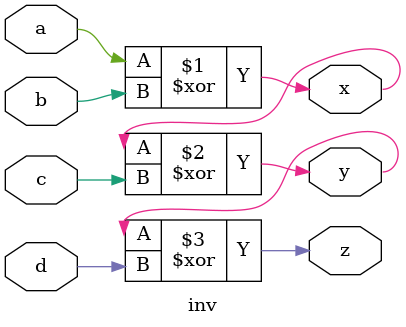
<source format=v>
`timescale 1ns / 1ps

module inv(
    input a,
    input b,
    input c,
    input d,
    output x,
    output y,
    output z
);
    
assign x = a^b;
assign y = x^c;
assign z = y^d;

endmodule

</source>
